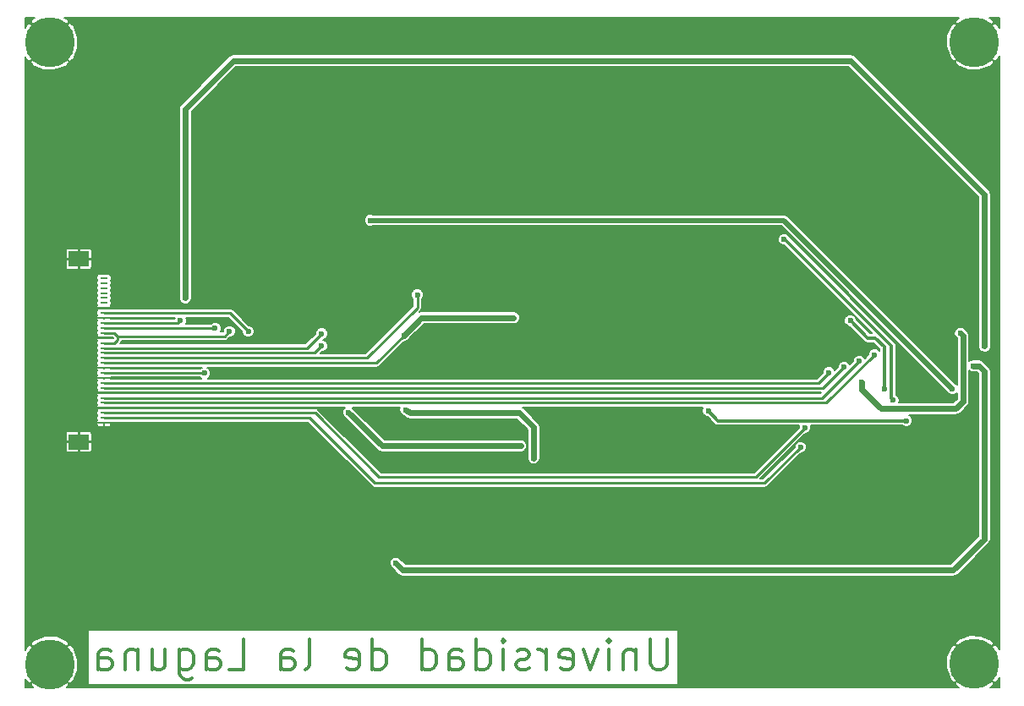
<source format=gbr>
G04 #@! TF.FileFunction,Copper,L2,Bot,Signal*
%FSLAX46Y46*%
G04 Gerber Fmt 4.6, Leading zero omitted, Abs format (unit mm)*
G04 Created by KiCad (PCBNEW 4.0.7-e2-6376~60~ubuntu17.10.1) date Mon Mar 19 14:05:34 2018*
%MOMM*%
%LPD*%
G01*
G04 APERTURE LIST*
%ADD10C,0.100000*%
%ADD11C,0.300000*%
%ADD12C,5.000000*%
%ADD13R,0.800000X0.200000*%
%ADD14R,2.000000X1.500000*%
%ADD15C,0.600000*%
%ADD16C,0.600000*%
%ADD17C,0.250000*%
%ADD18C,0.150000*%
%ADD19C,0.350000*%
%ADD20C,0.500000*%
G04 APERTURE END LIST*
D10*
D11*
X64837240Y6692377D02*
X64837240Y4263806D01*
X64694383Y3978091D01*
X64551526Y3835234D01*
X64265812Y3692377D01*
X63694383Y3692377D01*
X63408669Y3835234D01*
X63265812Y3978091D01*
X63122955Y4263806D01*
X63122955Y6692377D01*
X61694383Y5692377D02*
X61694383Y3692377D01*
X61694383Y5406663D02*
X61551526Y5549520D01*
X61265812Y5692377D01*
X60837240Y5692377D01*
X60551526Y5549520D01*
X60408669Y5263806D01*
X60408669Y3692377D01*
X58980097Y3692377D02*
X58980097Y5692377D01*
X58980097Y6692377D02*
X59122954Y6549520D01*
X58980097Y6406663D01*
X58837240Y6549520D01*
X58980097Y6692377D01*
X58980097Y6406663D01*
X57837241Y5692377D02*
X57122955Y3692377D01*
X56408669Y5692377D01*
X54122955Y3835234D02*
X54408669Y3692377D01*
X54980098Y3692377D01*
X55265812Y3835234D01*
X55408669Y4120949D01*
X55408669Y5263806D01*
X55265812Y5549520D01*
X54980098Y5692377D01*
X54408669Y5692377D01*
X54122955Y5549520D01*
X53980098Y5263806D01*
X53980098Y4978091D01*
X55408669Y4692377D01*
X52694383Y3692377D02*
X52694383Y5692377D01*
X52694383Y5120949D02*
X52551526Y5406663D01*
X52408669Y5549520D01*
X52122955Y5692377D01*
X51837240Y5692377D01*
X50980097Y3835234D02*
X50694383Y3692377D01*
X50122955Y3692377D01*
X49837240Y3835234D01*
X49694383Y4120949D01*
X49694383Y4263806D01*
X49837240Y4549520D01*
X50122955Y4692377D01*
X50551526Y4692377D01*
X50837240Y4835234D01*
X50980097Y5120949D01*
X50980097Y5263806D01*
X50837240Y5549520D01*
X50551526Y5692377D01*
X50122955Y5692377D01*
X49837240Y5549520D01*
X48408669Y3692377D02*
X48408669Y5692377D01*
X48408669Y6692377D02*
X48551526Y6549520D01*
X48408669Y6406663D01*
X48265812Y6549520D01*
X48408669Y6692377D01*
X48408669Y6406663D01*
X45694384Y3692377D02*
X45694384Y6692377D01*
X45694384Y3835234D02*
X45980098Y3692377D01*
X46551527Y3692377D01*
X46837241Y3835234D01*
X46980098Y3978091D01*
X47122955Y4263806D01*
X47122955Y5120949D01*
X46980098Y5406663D01*
X46837241Y5549520D01*
X46551527Y5692377D01*
X45980098Y5692377D01*
X45694384Y5549520D01*
X42980098Y3692377D02*
X42980098Y5263806D01*
X43122955Y5549520D01*
X43408669Y5692377D01*
X43980098Y5692377D01*
X44265812Y5549520D01*
X42980098Y3835234D02*
X43265812Y3692377D01*
X43980098Y3692377D01*
X44265812Y3835234D01*
X44408669Y4120949D01*
X44408669Y4406663D01*
X44265812Y4692377D01*
X43980098Y4835234D01*
X43265812Y4835234D01*
X42980098Y4978091D01*
X40265812Y3692377D02*
X40265812Y6692377D01*
X40265812Y3835234D02*
X40551526Y3692377D01*
X41122955Y3692377D01*
X41408669Y3835234D01*
X41551526Y3978091D01*
X41694383Y4263806D01*
X41694383Y5120949D01*
X41551526Y5406663D01*
X41408669Y5549520D01*
X41122955Y5692377D01*
X40551526Y5692377D01*
X40265812Y5549520D01*
X35265812Y3692377D02*
X35265812Y6692377D01*
X35265812Y3835234D02*
X35551526Y3692377D01*
X36122955Y3692377D01*
X36408669Y3835234D01*
X36551526Y3978091D01*
X36694383Y4263806D01*
X36694383Y5120949D01*
X36551526Y5406663D01*
X36408669Y5549520D01*
X36122955Y5692377D01*
X35551526Y5692377D01*
X35265812Y5549520D01*
X32694383Y3835234D02*
X32980097Y3692377D01*
X33551526Y3692377D01*
X33837240Y3835234D01*
X33980097Y4120949D01*
X33980097Y5263806D01*
X33837240Y5549520D01*
X33551526Y5692377D01*
X32980097Y5692377D01*
X32694383Y5549520D01*
X32551526Y5263806D01*
X32551526Y4978091D01*
X33980097Y4692377D01*
X28551526Y3692377D02*
X28837240Y3835234D01*
X28980097Y4120949D01*
X28980097Y6692377D01*
X26122954Y3692377D02*
X26122954Y5263806D01*
X26265811Y5549520D01*
X26551525Y5692377D01*
X27122954Y5692377D01*
X27408668Y5549520D01*
X26122954Y3835234D02*
X26408668Y3692377D01*
X27122954Y3692377D01*
X27408668Y3835234D01*
X27551525Y4120949D01*
X27551525Y4406663D01*
X27408668Y4692377D01*
X27122954Y4835234D01*
X26408668Y4835234D01*
X26122954Y4978091D01*
X20980097Y3692377D02*
X22408668Y3692377D01*
X22408668Y6692377D01*
X18694383Y3692377D02*
X18694383Y5263806D01*
X18837240Y5549520D01*
X19122954Y5692377D01*
X19694383Y5692377D01*
X19980097Y5549520D01*
X18694383Y3835234D02*
X18980097Y3692377D01*
X19694383Y3692377D01*
X19980097Y3835234D01*
X20122954Y4120949D01*
X20122954Y4406663D01*
X19980097Y4692377D01*
X19694383Y4835234D01*
X18980097Y4835234D01*
X18694383Y4978091D01*
X15980097Y5692377D02*
X15980097Y3263806D01*
X16122954Y2978091D01*
X16265811Y2835234D01*
X16551526Y2692377D01*
X16980097Y2692377D01*
X17265811Y2835234D01*
X15980097Y3835234D02*
X16265811Y3692377D01*
X16837240Y3692377D01*
X17122954Y3835234D01*
X17265811Y3978091D01*
X17408668Y4263806D01*
X17408668Y5120949D01*
X17265811Y5406663D01*
X17122954Y5549520D01*
X16837240Y5692377D01*
X16265811Y5692377D01*
X15980097Y5549520D01*
X13265811Y5692377D02*
X13265811Y3692377D01*
X14551525Y5692377D02*
X14551525Y4120949D01*
X14408668Y3835234D01*
X14122954Y3692377D01*
X13694382Y3692377D01*
X13408668Y3835234D01*
X13265811Y3978091D01*
X11837239Y5692377D02*
X11837239Y3692377D01*
X11837239Y5406663D02*
X11694382Y5549520D01*
X11408668Y5692377D01*
X10980096Y5692377D01*
X10694382Y5549520D01*
X10551525Y5263806D01*
X10551525Y3692377D01*
X7837239Y3692377D02*
X7837239Y5263806D01*
X7980096Y5549520D01*
X8265810Y5692377D01*
X8837239Y5692377D01*
X9122953Y5549520D01*
X7837239Y3835234D02*
X8122953Y3692377D01*
X8837239Y3692377D01*
X9122953Y3835234D01*
X9265810Y4120949D01*
X9265810Y4406663D01*
X9122953Y4692377D01*
X8837239Y4835234D01*
X8122953Y4835234D01*
X7837239Y4978091D01*
D12*
X2999740Y66504820D03*
X2999740Y4211320D03*
X95582740Y4274820D03*
X95582740Y66504820D03*
D13*
X8422640Y28381120D03*
X8422640Y28881120D03*
X8422640Y29381120D03*
X8422640Y29881120D03*
X8422640Y30381120D03*
X8422640Y30881120D03*
X8422640Y31381120D03*
X8422640Y31881120D03*
X8422640Y32381120D03*
X8422640Y32881120D03*
X8422640Y33381120D03*
X8422640Y33881120D03*
X8422640Y34381120D03*
X8422640Y34881120D03*
X8422640Y35381120D03*
X8422640Y35881120D03*
X8422640Y36381120D03*
X8422640Y36881120D03*
X8422640Y37381120D03*
X8422640Y37881120D03*
X8422640Y38381120D03*
X8422640Y38881120D03*
X8422640Y39381120D03*
X8422640Y39881120D03*
X8422640Y40381120D03*
X8422640Y40881120D03*
X8422640Y41381120D03*
X8422640Y41881120D03*
X8422640Y42381120D03*
X8422640Y42881120D03*
D14*
X5922640Y26481120D03*
X5922640Y44781120D03*
D15*
X95498920Y34086800D03*
X37645340Y14345920D03*
X22870160Y37536120D03*
X39799260Y41198800D03*
X38473380Y37134800D03*
X49438560Y38907720D03*
X76507340Y46756320D03*
X87442040Y30662880D03*
X68940680Y29575760D03*
X88778080Y28597860D03*
X51450240Y24853900D03*
X38643560Y29702760D03*
X30215840Y37307520D03*
X16576040Y40888920D03*
X96596200Y36057840D03*
X16073120Y38618160D03*
X19547840Y37840920D03*
X85582760Y35204400D03*
X84043520Y34579560D03*
X82519520Y33969960D03*
X80990440Y33416240D03*
X78188820Y25943560D03*
X78607920Y27899360D03*
X18486120Y33355280D03*
X50137060Y26083260D03*
X32920940Y29420820D03*
X30215840Y36088320D03*
X35092640Y48661320D03*
X93370400Y31783020D03*
X20995640Y37538660D03*
X84279740Y32481520D03*
X94185740Y37345620D03*
X86542880Y31755080D03*
X83164680Y38618160D03*
D16*
X96067880Y34086800D02*
X95498920Y34086800D01*
X96586040Y33568640D02*
X96067880Y34086800D01*
X96586040Y16746220D02*
X96586040Y33568640D01*
X93474540Y13634720D02*
X96586040Y16746220D01*
X38356540Y13634720D02*
X93474540Y13634720D01*
X37645340Y14345920D02*
X38356540Y13634720D01*
D17*
X8422640Y39381120D02*
X21025160Y39381120D01*
X21025160Y39381120D02*
X22870160Y37536120D01*
X8422640Y34881120D02*
X34761740Y34881120D01*
X39799260Y39918640D02*
X39799260Y41198800D01*
X34761740Y34881120D02*
X39799260Y39918640D01*
X38470840Y37137340D02*
X38447980Y37137340D01*
X38473380Y37134800D02*
X38470840Y37137340D01*
X8422640Y34381120D02*
X35691760Y34381120D01*
X35691760Y34381120D02*
X38447980Y37137340D01*
D16*
X38447980Y37137340D02*
X40050720Y38740080D01*
X40218360Y38907720D02*
X49438560Y38907720D01*
D17*
X40050720Y38740080D02*
X40218360Y38907720D01*
D18*
X76621640Y46756320D02*
X76507340Y46756320D01*
D19*
X87269320Y36108640D02*
X76621640Y46756320D01*
X87269320Y30835600D02*
X87269320Y36108640D01*
D18*
X87442040Y30662880D02*
X87269320Y30835600D01*
D11*
X69918580Y28597860D02*
X88778080Y28597860D01*
X69918580Y28597860D02*
X68940680Y29575760D01*
D17*
X8422640Y35881120D02*
X28789440Y35881120D01*
D16*
X51450240Y27955240D02*
X51450240Y24853900D01*
X50025300Y29380180D02*
X51450240Y27955240D01*
X39072820Y29380180D02*
X50025300Y29380180D01*
X38643560Y29702760D02*
X39072820Y29380180D01*
D17*
X28789440Y35881120D02*
X30215840Y37307520D01*
D16*
X96596200Y51262280D02*
X83195160Y64663320D01*
X83195160Y64663320D02*
X21414740Y64663320D01*
X21414740Y64663320D02*
X16576040Y59824620D01*
X16576040Y59824620D02*
X16576040Y40888920D01*
X96596200Y36057840D02*
X96596200Y51262280D01*
D17*
X15836080Y38381120D02*
X8422640Y38381120D01*
X16073120Y38618160D02*
X15836080Y38381120D01*
X19507640Y37881120D02*
X8422640Y37881120D01*
X19547840Y37840920D02*
X19507640Y37881120D01*
X80759480Y30381120D02*
X85582760Y35204400D01*
X80759480Y30381120D02*
X8422640Y30381120D01*
X80345080Y30881120D02*
X84043520Y34579560D01*
X80345080Y30881120D02*
X8422640Y30881120D01*
X80430680Y31881120D02*
X82519520Y33969960D01*
X80430680Y31881120D02*
X8422640Y31881120D01*
X79955320Y32381120D02*
X80990440Y33416240D01*
X79955320Y32381120D02*
X8422640Y32381120D01*
X29015640Y28881120D02*
X35557460Y22339300D01*
X35557460Y22339300D02*
X74584560Y22339300D01*
X74584560Y22339300D02*
X78188820Y25943560D01*
X8422640Y28881120D02*
X29015640Y28881120D01*
X29572280Y29381120D02*
X35971480Y22981920D01*
X35971480Y22981920D02*
X73690480Y22981920D01*
X73690480Y22981920D02*
X78607920Y27899360D01*
X29572280Y29381120D02*
X8422640Y29381120D01*
X18460280Y33381120D02*
X18486120Y33355280D01*
X18460280Y33381120D02*
X8422640Y33381120D01*
X8422640Y35381120D02*
X29493400Y35381120D01*
D16*
X36258500Y26083260D02*
X50137060Y26083260D01*
X32920940Y29420820D02*
X36258500Y26083260D01*
D17*
X30200600Y36088320D02*
X30215840Y36088320D01*
X29493400Y35381120D02*
X30200600Y36088320D01*
D20*
X76492100Y48661320D02*
X35092640Y48661320D01*
X93370400Y31783020D02*
X76492100Y48661320D01*
D17*
X9768840Y37053520D02*
X20510500Y37053520D01*
X20510500Y37053520D02*
X20995640Y37538660D01*
X8422640Y36381120D02*
X9477440Y36381120D01*
X9441240Y37381120D02*
X8422640Y37381120D01*
X9768840Y37053520D02*
X9441240Y37381120D01*
X9768840Y36672520D02*
X9768840Y37053520D01*
X9477440Y36381120D02*
X9768840Y36672520D01*
D16*
X94185740Y37345620D02*
X94449900Y37081460D01*
X94449900Y37081460D02*
X94449900Y30525720D01*
X94449900Y30525720D02*
X93723460Y29799280D01*
X93723460Y29799280D02*
X86207600Y29799280D01*
X86207600Y29799280D02*
X84279740Y31727140D01*
X84279740Y31727140D02*
X84279740Y32481520D01*
D19*
X86542880Y35974020D02*
X86542880Y31755080D01*
X85648800Y36868100D02*
X86542880Y35974020D01*
X84914740Y36868100D02*
X85648800Y36868100D01*
X83164680Y38618160D02*
X84914740Y36868100D01*
D18*
G36*
X1327005Y68849676D02*
X1038238Y68501678D01*
X2999740Y66540175D01*
X4961242Y68501678D01*
X4672475Y68849676D01*
X4467549Y68942000D01*
X94048178Y68942000D01*
X93910005Y68849676D01*
X93621238Y68501678D01*
X95582740Y66540175D01*
X97544242Y68501678D01*
X97255475Y68849676D01*
X97050549Y68942000D01*
X98050400Y68942000D01*
X98050400Y67965279D01*
X98025483Y68031056D01*
X97927596Y68177555D01*
X97579598Y68466322D01*
X95618095Y66504820D01*
X97579598Y64543318D01*
X97927596Y64832085D01*
X98050400Y65104666D01*
X98050400Y5735279D01*
X98025483Y5801056D01*
X97927596Y5947555D01*
X97579598Y6236322D01*
X95618095Y4274820D01*
X97579598Y2313318D01*
X97927596Y2602085D01*
X98050400Y2874666D01*
X98050400Y1868120D01*
X97162918Y1868120D01*
X97255475Y1929964D01*
X97544242Y2277962D01*
X95582740Y4239465D01*
X93621238Y2277962D01*
X93910005Y1929964D01*
X94047277Y1868120D01*
X4673849Y1868120D01*
X4961242Y2214462D01*
X2999740Y4175965D01*
X1038238Y2214462D01*
X1325631Y1868120D01*
X532080Y1868120D01*
X532080Y2750861D01*
X556997Y2685084D01*
X654884Y2538585D01*
X1002882Y2249818D01*
X2964385Y4211320D01*
X3035095Y4211320D01*
X4996598Y2249818D01*
X5344596Y2538585D01*
X5806232Y3563252D01*
X5840605Y4686581D01*
X5442483Y5737556D01*
X5344596Y5884055D01*
X4996598Y6172822D01*
X3035095Y4211320D01*
X2964385Y4211320D01*
X1002882Y6172822D01*
X654884Y5884055D01*
X532080Y5611474D01*
X532080Y6208178D01*
X1038238Y6208178D01*
X2999740Y4246675D01*
X4961242Y6208178D01*
X4672475Y6556176D01*
X3647808Y7017812D01*
X2524479Y7052185D01*
X1473504Y6654063D01*
X1327005Y6556176D01*
X1038238Y6208178D01*
X532080Y6208178D01*
X532080Y7624520D01*
X6797954Y7624520D01*
X6797954Y2174520D01*
X65876527Y2174520D01*
X65876527Y3799559D01*
X92741875Y3799559D01*
X93139997Y2748584D01*
X93237884Y2602085D01*
X93585882Y2313318D01*
X95547385Y4274820D01*
X93585882Y6236322D01*
X93237884Y5947555D01*
X92776248Y4922888D01*
X92741875Y3799559D01*
X65876527Y3799559D01*
X65876527Y6271678D01*
X93621238Y6271678D01*
X95582740Y4310175D01*
X97544242Y6271678D01*
X97255475Y6619676D01*
X96230808Y7081312D01*
X95107479Y7115685D01*
X94056504Y6717563D01*
X93910005Y6619676D01*
X93621238Y6271678D01*
X65876527Y6271678D01*
X65876527Y7624520D01*
X6797954Y7624520D01*
X532080Y7624520D01*
X532080Y26374870D01*
X4597640Y26374870D01*
X4597640Y25666474D01*
X4647118Y25547023D01*
X4738542Y25455599D01*
X4857993Y25406120D01*
X5816390Y25406120D01*
X5897640Y25487370D01*
X5897640Y26456120D01*
X5947640Y26456120D01*
X5947640Y25487370D01*
X6028890Y25406120D01*
X6987287Y25406120D01*
X7106738Y25455599D01*
X7198162Y25547023D01*
X7247640Y25666474D01*
X7247640Y26374870D01*
X7166390Y26456120D01*
X5947640Y26456120D01*
X5897640Y26456120D01*
X4678890Y26456120D01*
X4597640Y26374870D01*
X532080Y26374870D01*
X532080Y27295766D01*
X4597640Y27295766D01*
X4597640Y26587370D01*
X4678890Y26506120D01*
X5897640Y26506120D01*
X5897640Y27474870D01*
X5947640Y27474870D01*
X5947640Y26506120D01*
X7166390Y26506120D01*
X7247640Y26587370D01*
X7247640Y27295766D01*
X7198162Y27415217D01*
X7106738Y27506641D01*
X6987287Y27556120D01*
X6028890Y27556120D01*
X5947640Y27474870D01*
X5897640Y27474870D01*
X5816390Y27556120D01*
X4857993Y27556120D01*
X4738542Y27506641D01*
X4647118Y27415217D01*
X4597640Y27295766D01*
X532080Y27295766D01*
X532080Y28274870D01*
X7697640Y28274870D01*
X7697640Y28216474D01*
X7747118Y28097023D01*
X7838542Y28005599D01*
X7957993Y27956120D01*
X8316390Y27956120D01*
X8397640Y28037370D01*
X8397640Y28356120D01*
X8447640Y28356120D01*
X8447640Y28037370D01*
X8528890Y27956120D01*
X8887287Y27956120D01*
X9006738Y28005599D01*
X9098162Y28097023D01*
X9147640Y28216474D01*
X9147640Y28274870D01*
X9066390Y28356120D01*
X8447640Y28356120D01*
X8397640Y28356120D01*
X7778890Y28356120D01*
X7697640Y28274870D01*
X532080Y28274870D01*
X532080Y39481120D01*
X7691273Y39481120D01*
X7691273Y39281120D01*
X7713935Y39160682D01*
X7732980Y39131085D01*
X7697640Y39045766D01*
X7697640Y38987370D01*
X7778890Y38906120D01*
X8397640Y38906120D01*
X8397640Y38926120D01*
X8447640Y38926120D01*
X8447640Y38906120D01*
X9066390Y38906120D01*
X9091390Y38931120D01*
X15526333Y38931120D01*
X15484809Y38831120D01*
X9091390Y38831120D01*
X9066390Y38856120D01*
X8447640Y38856120D01*
X8447640Y38836120D01*
X8397640Y38836120D01*
X8397640Y38856120D01*
X7778890Y38856120D01*
X7697640Y38774870D01*
X7697640Y38716474D01*
X7732537Y38632224D01*
X7717380Y38610040D01*
X7691273Y38481120D01*
X7691273Y38281120D01*
X7713935Y38160682D01*
X7732388Y38132005D01*
X7717380Y38110040D01*
X7691273Y37981120D01*
X7691273Y37781120D01*
X7713935Y37660682D01*
X7732388Y37632005D01*
X7717380Y37610040D01*
X7691273Y37481120D01*
X7691273Y37281120D01*
X7713935Y37160682D01*
X7732980Y37131085D01*
X7697640Y37045766D01*
X7697640Y36987370D01*
X7778890Y36906120D01*
X8397640Y36906120D01*
X8397640Y36926120D01*
X8447640Y36926120D01*
X8447640Y36906120D01*
X9066390Y36906120D01*
X9091390Y36931120D01*
X9254844Y36931120D01*
X9318840Y36867124D01*
X9318840Y36858916D01*
X9291044Y36831120D01*
X9091390Y36831120D01*
X9066390Y36856120D01*
X8447640Y36856120D01*
X8447640Y36836120D01*
X8397640Y36836120D01*
X8397640Y36856120D01*
X7778890Y36856120D01*
X7697640Y36774870D01*
X7697640Y36716474D01*
X7732537Y36632224D01*
X7717380Y36610040D01*
X7691273Y36481120D01*
X7691273Y36281120D01*
X7713935Y36160682D01*
X7732388Y36132005D01*
X7717380Y36110040D01*
X7691273Y35981120D01*
X7691273Y35781120D01*
X7713935Y35660682D01*
X7732388Y35632005D01*
X7717380Y35610040D01*
X7691273Y35481120D01*
X7691273Y35281120D01*
X7713935Y35160682D01*
X7732388Y35132005D01*
X7717380Y35110040D01*
X7691273Y34981120D01*
X7691273Y34781120D01*
X7713935Y34660682D01*
X7732388Y34632005D01*
X7717380Y34610040D01*
X7691273Y34481120D01*
X7691273Y34281120D01*
X7713935Y34160682D01*
X7732980Y34131085D01*
X7697640Y34045766D01*
X7697640Y33987370D01*
X7778890Y33906120D01*
X8397640Y33906120D01*
X8397640Y33926120D01*
X8447640Y33926120D01*
X8447640Y33906120D01*
X9066390Y33906120D01*
X9091390Y33931120D01*
X18243108Y33931120D01*
X18132549Y33885438D01*
X18078136Y33831120D01*
X9091390Y33831120D01*
X9066390Y33856120D01*
X8447640Y33856120D01*
X8447640Y33836120D01*
X8397640Y33836120D01*
X8397640Y33856120D01*
X7778890Y33856120D01*
X7697640Y33774870D01*
X7697640Y33716474D01*
X7732537Y33632224D01*
X7717380Y33610040D01*
X7691273Y33481120D01*
X7691273Y33281120D01*
X7713935Y33160682D01*
X7732980Y33131085D01*
X7697640Y33045766D01*
X7697640Y32987370D01*
X7778890Y32906120D01*
X8397640Y32906120D01*
X8397640Y32926120D01*
X8447640Y32926120D01*
X8447640Y32906120D01*
X9066390Y32906120D01*
X9091390Y32931120D01*
X18026428Y32931120D01*
X18126253Y32831120D01*
X9091390Y32831120D01*
X9066390Y32856120D01*
X8447640Y32856120D01*
X8447640Y32836120D01*
X8397640Y32836120D01*
X8397640Y32856120D01*
X7778890Y32856120D01*
X7697640Y32774870D01*
X7697640Y32716474D01*
X7732537Y32632224D01*
X7717380Y32610040D01*
X7691273Y32481120D01*
X7691273Y32281120D01*
X7713935Y32160682D01*
X7732388Y32132005D01*
X7717380Y32110040D01*
X7691273Y31981120D01*
X7691273Y31781120D01*
X7713935Y31660682D01*
X7732980Y31631085D01*
X7697640Y31545766D01*
X7697640Y31487370D01*
X7778890Y31406120D01*
X8397640Y31406120D01*
X8397640Y31426120D01*
X8447640Y31426120D01*
X8447640Y31406120D01*
X9066390Y31406120D01*
X9091390Y31431120D01*
X80258684Y31431120D01*
X80158684Y31331120D01*
X9091390Y31331120D01*
X9066390Y31356120D01*
X8447640Y31356120D01*
X8447640Y31336120D01*
X8397640Y31336120D01*
X8397640Y31356120D01*
X7778890Y31356120D01*
X7697640Y31274870D01*
X7697640Y31216474D01*
X7732537Y31132224D01*
X7717380Y31110040D01*
X7691273Y30981120D01*
X7691273Y30781120D01*
X7713935Y30660682D01*
X7732388Y30632005D01*
X7717380Y30610040D01*
X7691273Y30481120D01*
X7691273Y30281120D01*
X7713935Y30160682D01*
X7732980Y30131085D01*
X7697640Y30045766D01*
X7697640Y29987370D01*
X7778890Y29906120D01*
X8397640Y29906120D01*
X8397640Y29926120D01*
X8447640Y29926120D01*
X8447640Y29906120D01*
X9066390Y29906120D01*
X9091390Y29931120D01*
X32547476Y29931120D01*
X32479001Y29862764D01*
X32478998Y29862762D01*
X32478996Y29862760D01*
X32391400Y29775316D01*
X32296049Y29545686D01*
X32295832Y29297045D01*
X32390782Y29067249D01*
X32478996Y28978881D01*
X32478998Y28978878D01*
X32479471Y28978405D01*
X32566444Y28891280D01*
X32566704Y28891172D01*
X35816556Y25641321D01*
X35816558Y25641318D01*
X35894762Y25589064D01*
X36019323Y25505835D01*
X36258500Y25458259D01*
X36258505Y25458260D01*
X50137060Y25458260D01*
X50260835Y25458152D01*
X50376236Y25505835D01*
X50376237Y25505835D01*
X50376238Y25505836D01*
X50490631Y25553102D01*
X50578999Y25641316D01*
X50579002Y25641318D01*
X50579004Y25641320D01*
X50666600Y25728764D01*
X50761951Y25958394D01*
X50762168Y26207035D01*
X50667218Y26436831D01*
X50579004Y26525199D01*
X50579002Y26525202D01*
X50579000Y26525204D01*
X50491556Y26612800D01*
X50376238Y26660684D01*
X50376237Y26660685D01*
X50376236Y26660685D01*
X50261926Y26708151D01*
X50137060Y26708260D01*
X50137033Y26708260D01*
X50013285Y26708368D01*
X50013024Y26708260D01*
X36517383Y26708260D01*
X33362882Y29862762D01*
X33362880Y29862764D01*
X33294642Y29931120D01*
X38061644Y29931120D01*
X38018669Y29827626D01*
X38018452Y29578985D01*
X38113402Y29349189D01*
X38289064Y29173220D01*
X38331091Y29155769D01*
X38697347Y28880535D01*
X38768239Y28846456D01*
X38833643Y28802755D01*
X38877153Y28794100D01*
X38917134Y28774881D01*
X38995672Y28770526D01*
X39072820Y28755180D01*
X49766416Y28755180D01*
X50825240Y27696357D01*
X50825240Y24853900D01*
X50825132Y24730125D01*
X50920082Y24500329D01*
X51008296Y24411961D01*
X51008298Y24411958D01*
X51008300Y24411956D01*
X51095744Y24324360D01*
X51211062Y24276476D01*
X51211063Y24276475D01*
X51211064Y24276475D01*
X51325374Y24229009D01*
X51450240Y24228900D01*
X51574015Y24228792D01*
X51689416Y24276475D01*
X51689417Y24276475D01*
X51689418Y24276476D01*
X51803811Y24323742D01*
X51892179Y24411956D01*
X51892182Y24411958D01*
X51892184Y24411960D01*
X51979780Y24499404D01*
X52075131Y24729034D01*
X52075348Y24977675D01*
X52075240Y24977936D01*
X52075240Y27955240D01*
X52027665Y28194417D01*
X51892182Y28397182D01*
X51892179Y28397184D01*
X50467242Y29822122D01*
X50304115Y29931120D01*
X68412006Y29931120D01*
X68411140Y29930256D01*
X68315789Y29700626D01*
X68315572Y29451985D01*
X68410522Y29222189D01*
X68586184Y29046220D01*
X68815814Y28950869D01*
X68893887Y28950801D01*
X69582702Y28261987D01*
X69582704Y28261984D01*
X69736805Y28159017D01*
X69918580Y28122860D01*
X78023986Y28122860D01*
X77983029Y28024226D01*
X77982930Y27910766D01*
X73504084Y23431920D01*
X36157876Y23431920D01*
X29890478Y29699318D01*
X29861552Y29718646D01*
X29744488Y29796866D01*
X29572280Y29831120D01*
X9091390Y29831120D01*
X9066390Y29856120D01*
X8447640Y29856120D01*
X8447640Y29836120D01*
X8397640Y29836120D01*
X8397640Y29856120D01*
X7778890Y29856120D01*
X7697640Y29774870D01*
X7697640Y29716474D01*
X7732537Y29632224D01*
X7717380Y29610040D01*
X7691273Y29481120D01*
X7691273Y29281120D01*
X7713935Y29160682D01*
X7732388Y29132005D01*
X7717380Y29110040D01*
X7691273Y28981120D01*
X7691273Y28781120D01*
X7713935Y28660682D01*
X7732980Y28631085D01*
X7697640Y28545766D01*
X7697640Y28487370D01*
X7778890Y28406120D01*
X8397640Y28406120D01*
X8397640Y28426120D01*
X8447640Y28426120D01*
X8447640Y28406120D01*
X9066390Y28406120D01*
X9091390Y28431120D01*
X28829244Y28431120D01*
X35239262Y22021102D01*
X35385253Y21923553D01*
X35557460Y21889300D01*
X74584560Y21889300D01*
X74756768Y21923554D01*
X74902758Y22021102D01*
X78200206Y25318550D01*
X78312595Y25318452D01*
X78542391Y25413402D01*
X78718360Y25589064D01*
X78813711Y25818694D01*
X78813928Y26067335D01*
X78718978Y26297131D01*
X78543316Y26473100D01*
X78313686Y26568451D01*
X78065045Y26568668D01*
X77835249Y26473718D01*
X77659280Y26298056D01*
X77563929Y26068426D01*
X77563830Y25954966D01*
X74398164Y22789300D01*
X74134256Y22789300D01*
X78619306Y27274350D01*
X78731695Y27274252D01*
X78961491Y27369202D01*
X79137460Y27544864D01*
X79232811Y27774494D01*
X79233028Y28023135D01*
X79191822Y28122860D01*
X88369139Y28122860D01*
X88423584Y28068320D01*
X88653214Y27972969D01*
X88901855Y27972752D01*
X89131651Y28067702D01*
X89307620Y28243364D01*
X89402971Y28472994D01*
X89403188Y28721635D01*
X89308238Y28951431D01*
X89132576Y29127400D01*
X89019677Y29174280D01*
X93723460Y29174280D01*
X93962637Y29221855D01*
X94165402Y29357338D01*
X94891842Y30083778D01*
X95027325Y30286542D01*
X95074900Y30525720D01*
X95074900Y33626906D01*
X95144424Y33557260D01*
X95259742Y33509376D01*
X95259743Y33509375D01*
X95259744Y33509375D01*
X95374054Y33461909D01*
X95498920Y33461800D01*
X95498947Y33461800D01*
X95622695Y33461692D01*
X95622956Y33461800D01*
X95808996Y33461800D01*
X95961040Y33309756D01*
X95961040Y17005103D01*
X93215656Y14259720D01*
X38615424Y14259720D01*
X38087280Y14787864D01*
X37999836Y14875460D01*
X37884518Y14923344D01*
X37884517Y14923345D01*
X37884516Y14923345D01*
X37770206Y14970811D01*
X37645340Y14970920D01*
X37521565Y14971028D01*
X37406164Y14923345D01*
X37406163Y14923345D01*
X37406162Y14923344D01*
X37291769Y14876078D01*
X37203401Y14787864D01*
X37203398Y14787862D01*
X37203396Y14787860D01*
X37115800Y14700416D01*
X37020449Y14470786D01*
X37020232Y14222145D01*
X37115182Y13992349D01*
X37203396Y13903981D01*
X37203398Y13903978D01*
X37203871Y13903505D01*
X37290844Y13816380D01*
X37291104Y13816272D01*
X37914598Y13192778D01*
X38117363Y13057295D01*
X38356540Y13009719D01*
X38356545Y13009720D01*
X93474540Y13009720D01*
X93713717Y13057295D01*
X93916482Y13192778D01*
X97027979Y16304276D01*
X97027982Y16304278D01*
X97163465Y16507043D01*
X97211040Y16746220D01*
X97211040Y33568640D01*
X97163465Y33807817D01*
X97027982Y34010582D01*
X96509822Y34528742D01*
X96307057Y34664225D01*
X96067880Y34711800D01*
X95498920Y34711800D01*
X95375145Y34711908D01*
X95259744Y34664225D01*
X95259743Y34664225D01*
X95259742Y34664224D01*
X95145349Y34616958D01*
X95074900Y34546632D01*
X95074900Y37081455D01*
X95074901Y37081460D01*
X95027325Y37320637D01*
X94989987Y37376517D01*
X94891842Y37523402D01*
X94891839Y37523404D01*
X94627682Y37787562D01*
X94627680Y37787564D01*
X94540236Y37875160D01*
X94424918Y37923044D01*
X94424917Y37923045D01*
X94424916Y37923045D01*
X94310606Y37970511D01*
X94185740Y37970620D01*
X94061965Y37970728D01*
X93946564Y37923045D01*
X93946563Y37923045D01*
X93946562Y37923044D01*
X93832169Y37875778D01*
X93743801Y37787564D01*
X93743798Y37787562D01*
X93743796Y37787560D01*
X93656200Y37700116D01*
X93560849Y37470486D01*
X93560632Y37221845D01*
X93655582Y36992049D01*
X93743796Y36903681D01*
X93743798Y36903678D01*
X93744270Y36903206D01*
X93824900Y36822435D01*
X93824900Y32212381D01*
X93724896Y32312560D01*
X93603713Y32362880D01*
X76898686Y49067906D01*
X76712143Y49192551D01*
X76492100Y49236320D01*
X35337657Y49236320D01*
X35217506Y49286211D01*
X34968865Y49286428D01*
X34739069Y49191478D01*
X34563100Y49015816D01*
X34467749Y48786186D01*
X34467532Y48537545D01*
X34562482Y48307749D01*
X34738144Y48131780D01*
X34967774Y48036429D01*
X35216415Y48036212D01*
X35337685Y48086320D01*
X76253928Y48086320D01*
X92790561Y31549686D01*
X92840242Y31429449D01*
X93015904Y31253480D01*
X93245534Y31158129D01*
X93494175Y31157912D01*
X93723971Y31252862D01*
X93824900Y31353615D01*
X93824900Y30784604D01*
X93464576Y30424280D01*
X88019704Y30424280D01*
X88066931Y30538014D01*
X88067148Y30786655D01*
X87972198Y31016451D01*
X87796536Y31192420D01*
X87769320Y31203721D01*
X87769320Y36108640D01*
X87731260Y36299982D01*
X87677045Y36381120D01*
X87622873Y36462194D01*
X77081382Y47003684D01*
X77037498Y47109891D01*
X76861836Y47285860D01*
X76632206Y47381211D01*
X76383565Y47381428D01*
X76153769Y47286478D01*
X75977800Y47110816D01*
X75882449Y46881186D01*
X75882232Y46632545D01*
X75977182Y46402749D01*
X76152844Y46226780D01*
X76382474Y46131429D01*
X76539562Y46131292D01*
X85302753Y37368100D01*
X85121847Y37368100D01*
X83789752Y38700195D01*
X83789788Y38741935D01*
X83694838Y38971731D01*
X83519176Y39147700D01*
X83289546Y39243051D01*
X83040905Y39243268D01*
X82811109Y39148318D01*
X82635140Y38972656D01*
X82539789Y38743026D01*
X82539572Y38494385D01*
X82634522Y38264589D01*
X82810184Y38088620D01*
X83039814Y37993269D01*
X83082502Y37993232D01*
X84561187Y36514546D01*
X84648121Y36456459D01*
X84723398Y36406160D01*
X84914740Y36368100D01*
X85441694Y36368100D01*
X86042880Y35766914D01*
X86042880Y35628131D01*
X85937256Y35733940D01*
X85707626Y35829291D01*
X85458985Y35829508D01*
X85229189Y35734558D01*
X85053220Y35558896D01*
X84957869Y35329266D01*
X84957770Y35215806D01*
X84603331Y34861367D01*
X84573678Y34933131D01*
X84398016Y35109100D01*
X84168386Y35204451D01*
X83919745Y35204668D01*
X83689949Y35109718D01*
X83513980Y34934056D01*
X83418629Y34704426D01*
X83418530Y34590966D01*
X83079331Y34251767D01*
X83049678Y34323531D01*
X82874016Y34499500D01*
X82644386Y34594851D01*
X82395745Y34595068D01*
X82165949Y34500118D01*
X81989980Y34324456D01*
X81894629Y34094826D01*
X81894530Y33981366D01*
X81568074Y33654910D01*
X81520598Y33769811D01*
X81344936Y33945780D01*
X81115306Y34041131D01*
X80866665Y34041348D01*
X80636869Y33946398D01*
X80460900Y33770736D01*
X80365549Y33541106D01*
X80365450Y33427646D01*
X79768924Y32831120D01*
X18845699Y32831120D01*
X19015660Y33000784D01*
X19111011Y33230414D01*
X19111228Y33479055D01*
X19016278Y33708851D01*
X18840616Y33884820D01*
X18729114Y33931120D01*
X35691760Y33931120D01*
X35863968Y33965374D01*
X36009958Y34062922D01*
X38456850Y36509814D01*
X38597155Y36509692D01*
X38826951Y36604642D01*
X39002920Y36780304D01*
X39022868Y36828344D01*
X40477243Y38282720D01*
X49438560Y38282720D01*
X49562335Y38282612D01*
X49677736Y38330295D01*
X49677737Y38330295D01*
X49677738Y38330296D01*
X49792131Y38377562D01*
X49880499Y38465776D01*
X49880502Y38465778D01*
X49880504Y38465780D01*
X49968100Y38553224D01*
X50063451Y38782854D01*
X50063668Y39031495D01*
X49968718Y39261291D01*
X49880504Y39349659D01*
X49880502Y39349662D01*
X49880500Y39349664D01*
X49793056Y39437260D01*
X49677738Y39485144D01*
X49677737Y39485145D01*
X49677736Y39485145D01*
X49563426Y39532611D01*
X49438560Y39532720D01*
X49438533Y39532720D01*
X49314785Y39532828D01*
X49314524Y39532720D01*
X40218360Y39532720D01*
X40007866Y39490850D01*
X40117458Y39600442D01*
X40183525Y39699318D01*
X40215006Y39746432D01*
X40249260Y39918640D01*
X40249260Y40764903D01*
X40328800Y40844304D01*
X40424151Y41073934D01*
X40424368Y41322575D01*
X40329418Y41552371D01*
X40153756Y41728340D01*
X39924126Y41823691D01*
X39675485Y41823908D01*
X39445689Y41728958D01*
X39269720Y41553296D01*
X39174369Y41323666D01*
X39174152Y41075025D01*
X39269102Y40845229D01*
X39349260Y40764931D01*
X39349260Y40105036D01*
X34575344Y35331120D01*
X30079796Y35331120D01*
X30211999Y35463323D01*
X30339615Y35463212D01*
X30569411Y35558162D01*
X30745380Y35733824D01*
X30840731Y35963454D01*
X30840948Y36212095D01*
X30745998Y36441891D01*
X30570336Y36617860D01*
X30377339Y36697999D01*
X30569411Y36777362D01*
X30745380Y36953024D01*
X30840731Y37182654D01*
X30840948Y37431295D01*
X30745998Y37661091D01*
X30570336Y37837060D01*
X30340706Y37932411D01*
X30092065Y37932628D01*
X29862269Y37837678D01*
X29686300Y37662016D01*
X29590949Y37432386D01*
X29590850Y37318926D01*
X28603044Y36331120D01*
X10063836Y36331120D01*
X10087038Y36354322D01*
X10146168Y36442816D01*
X10184586Y36500312D01*
X10205115Y36603520D01*
X20510500Y36603520D01*
X20682708Y36637774D01*
X20828698Y36735322D01*
X21007026Y36913650D01*
X21119415Y36913552D01*
X21349211Y37008502D01*
X21525180Y37184164D01*
X21620531Y37413794D01*
X21620748Y37662435D01*
X21525798Y37892231D01*
X21350136Y38068200D01*
X21120506Y38163551D01*
X20871865Y38163768D01*
X20642069Y38068818D01*
X20466100Y37893156D01*
X20370749Y37663526D01*
X20370650Y37550066D01*
X20324104Y37503520D01*
X20084479Y37503520D01*
X20172731Y37716054D01*
X20172948Y37964695D01*
X20077998Y38194491D01*
X19902336Y38370460D01*
X19672706Y38465811D01*
X19424065Y38466028D01*
X19194269Y38371078D01*
X19154241Y38331120D01*
X16630670Y38331120D01*
X16698011Y38493294D01*
X16698228Y38741935D01*
X16620058Y38931120D01*
X20838764Y38931120D01*
X22245150Y37524734D01*
X22245052Y37412345D01*
X22340002Y37182549D01*
X22515664Y37006580D01*
X22745294Y36911229D01*
X22993935Y36911012D01*
X23223731Y37005962D01*
X23399700Y37181624D01*
X23495051Y37411254D01*
X23495268Y37659895D01*
X23400318Y37889691D01*
X23224656Y38065660D01*
X22995026Y38161011D01*
X22881566Y38161110D01*
X21343358Y39699318D01*
X21272847Y39746432D01*
X21197368Y39796866D01*
X21025160Y39831120D01*
X9091390Y39831120D01*
X9066390Y39856120D01*
X8447640Y39856120D01*
X8447640Y39836120D01*
X8397640Y39836120D01*
X8397640Y39856120D01*
X7778890Y39856120D01*
X7697640Y39774870D01*
X7697640Y39716474D01*
X7732537Y39632224D01*
X7717380Y39610040D01*
X7691273Y39481120D01*
X532080Y39481120D01*
X532080Y42981120D01*
X7691273Y42981120D01*
X7691273Y42781120D01*
X7713935Y42660682D01*
X7732388Y42632005D01*
X7717380Y42610040D01*
X7691273Y42481120D01*
X7691273Y42281120D01*
X7713935Y42160682D01*
X7732388Y42132005D01*
X7717380Y42110040D01*
X7691273Y41981120D01*
X7691273Y41781120D01*
X7713935Y41660682D01*
X7732388Y41632005D01*
X7717380Y41610040D01*
X7691273Y41481120D01*
X7691273Y41281120D01*
X7713935Y41160682D01*
X7732388Y41132005D01*
X7717380Y41110040D01*
X7691273Y40981120D01*
X7691273Y40781120D01*
X7713935Y40660682D01*
X7732388Y40632005D01*
X7717380Y40610040D01*
X7691273Y40481120D01*
X7691273Y40281120D01*
X7713935Y40160682D01*
X7732980Y40131085D01*
X7697640Y40045766D01*
X7697640Y39987370D01*
X7778890Y39906120D01*
X8397640Y39906120D01*
X8397640Y39926120D01*
X8447640Y39926120D01*
X8447640Y39906120D01*
X9066390Y39906120D01*
X9147640Y39987370D01*
X9147640Y40045766D01*
X9112743Y40130016D01*
X9127900Y40152200D01*
X9154007Y40281120D01*
X9154007Y40481120D01*
X9131345Y40601558D01*
X9112892Y40630235D01*
X9127900Y40652200D01*
X9150771Y40765145D01*
X15950932Y40765145D01*
X16045882Y40535349D01*
X16134096Y40446981D01*
X16134098Y40446978D01*
X16134100Y40446976D01*
X16221544Y40359380D01*
X16336862Y40311496D01*
X16336863Y40311495D01*
X16336864Y40311495D01*
X16451174Y40264029D01*
X16576040Y40263920D01*
X16699815Y40263812D01*
X16815216Y40311495D01*
X16815217Y40311495D01*
X16815218Y40311496D01*
X16929611Y40358762D01*
X17017979Y40446976D01*
X17017982Y40446978D01*
X17017984Y40446980D01*
X17105580Y40534424D01*
X17200931Y40764054D01*
X17201148Y41012695D01*
X17201040Y41012956D01*
X17201040Y59565736D01*
X21673624Y64038320D01*
X82936276Y64038320D01*
X95971200Y51003397D01*
X95971200Y36057840D01*
X95971092Y35934065D01*
X96066042Y35704269D01*
X96154256Y35615901D01*
X96154258Y35615898D01*
X96154260Y35615896D01*
X96241704Y35528300D01*
X96357022Y35480416D01*
X96357023Y35480415D01*
X96357024Y35480415D01*
X96471334Y35432949D01*
X96596200Y35432840D01*
X96719975Y35432732D01*
X96835376Y35480415D01*
X96835377Y35480415D01*
X96835378Y35480416D01*
X96949771Y35527682D01*
X97038139Y35615896D01*
X97038142Y35615898D01*
X97038144Y35615900D01*
X97125740Y35703344D01*
X97221091Y35932974D01*
X97221308Y36181615D01*
X97221200Y36181876D01*
X97221200Y51262275D01*
X97221201Y51262280D01*
X97173625Y51501457D01*
X97038142Y51704222D01*
X97038139Y51704224D01*
X84234402Y64507962D01*
X93621238Y64507962D01*
X93910005Y64159964D01*
X94934672Y63698328D01*
X96058001Y63663955D01*
X97108976Y64062077D01*
X97255475Y64159964D01*
X97544242Y64507962D01*
X95582740Y66469465D01*
X93621238Y64507962D01*
X84234402Y64507962D01*
X83637102Y65105262D01*
X83434337Y65240745D01*
X83195160Y65288320D01*
X21414740Y65288320D01*
X21175562Y65240745D01*
X20972798Y65105262D01*
X16134098Y60266562D01*
X15998615Y60063797D01*
X15951040Y59824620D01*
X15951040Y40888920D01*
X15950932Y40765145D01*
X9150771Y40765145D01*
X9154007Y40781120D01*
X9154007Y40981120D01*
X9131345Y41101558D01*
X9112892Y41130235D01*
X9127900Y41152200D01*
X9154007Y41281120D01*
X9154007Y41481120D01*
X9131345Y41601558D01*
X9112892Y41630235D01*
X9127900Y41652200D01*
X9154007Y41781120D01*
X9154007Y41981120D01*
X9131345Y42101558D01*
X9112892Y42130235D01*
X9127900Y42152200D01*
X9154007Y42281120D01*
X9154007Y42481120D01*
X9131345Y42601558D01*
X9112892Y42630235D01*
X9127900Y42652200D01*
X9154007Y42781120D01*
X9154007Y42981120D01*
X9131345Y43101558D01*
X9060166Y43212173D01*
X8951560Y43286380D01*
X8822640Y43312487D01*
X8022640Y43312487D01*
X7902202Y43289825D01*
X7791587Y43218646D01*
X7717380Y43110040D01*
X7691273Y42981120D01*
X532080Y42981120D01*
X532080Y44674870D01*
X4597640Y44674870D01*
X4597640Y43966474D01*
X4647118Y43847023D01*
X4738542Y43755599D01*
X4857993Y43706120D01*
X5816390Y43706120D01*
X5897640Y43787370D01*
X5897640Y44756120D01*
X5947640Y44756120D01*
X5947640Y43787370D01*
X6028890Y43706120D01*
X6987287Y43706120D01*
X7106738Y43755599D01*
X7198162Y43847023D01*
X7247640Y43966474D01*
X7247640Y44674870D01*
X7166390Y44756120D01*
X5947640Y44756120D01*
X5897640Y44756120D01*
X4678890Y44756120D01*
X4597640Y44674870D01*
X532080Y44674870D01*
X532080Y45595766D01*
X4597640Y45595766D01*
X4597640Y44887370D01*
X4678890Y44806120D01*
X5897640Y44806120D01*
X5897640Y45774870D01*
X5947640Y45774870D01*
X5947640Y44806120D01*
X7166390Y44806120D01*
X7247640Y44887370D01*
X7247640Y45595766D01*
X7198162Y45715217D01*
X7106738Y45806641D01*
X6987287Y45856120D01*
X6028890Y45856120D01*
X5947640Y45774870D01*
X5897640Y45774870D01*
X5816390Y45856120D01*
X4857993Y45856120D01*
X4738542Y45806641D01*
X4647118Y45715217D01*
X4597640Y45595766D01*
X532080Y45595766D01*
X532080Y64507962D01*
X1038238Y64507962D01*
X1327005Y64159964D01*
X2351672Y63698328D01*
X3475001Y63663955D01*
X4525976Y64062077D01*
X4672475Y64159964D01*
X4961242Y64507962D01*
X2999740Y66469465D01*
X1038238Y64507962D01*
X532080Y64507962D01*
X532080Y65044361D01*
X556997Y64978584D01*
X654884Y64832085D01*
X1002882Y64543318D01*
X2964385Y66504820D01*
X3035095Y66504820D01*
X4996598Y64543318D01*
X5344596Y64832085D01*
X5806232Y65856752D01*
X5811519Y66029559D01*
X92741875Y66029559D01*
X93139997Y64978584D01*
X93237884Y64832085D01*
X93585882Y64543318D01*
X95547385Y66504820D01*
X93585882Y68466322D01*
X93237884Y68177555D01*
X92776248Y67152888D01*
X92741875Y66029559D01*
X5811519Y66029559D01*
X5840605Y66980081D01*
X5442483Y68031056D01*
X5344596Y68177555D01*
X4996598Y68466322D01*
X3035095Y66504820D01*
X2964385Y66504820D01*
X1002882Y68466322D01*
X654884Y68177555D01*
X532080Y67904974D01*
X532080Y68942000D01*
X1465178Y68942000D01*
X1327005Y68849676D01*
X1327005Y68849676D01*
G37*
X1327005Y68849676D02*
X1038238Y68501678D01*
X2999740Y66540175D01*
X4961242Y68501678D01*
X4672475Y68849676D01*
X4467549Y68942000D01*
X94048178Y68942000D01*
X93910005Y68849676D01*
X93621238Y68501678D01*
X95582740Y66540175D01*
X97544242Y68501678D01*
X97255475Y68849676D01*
X97050549Y68942000D01*
X98050400Y68942000D01*
X98050400Y67965279D01*
X98025483Y68031056D01*
X97927596Y68177555D01*
X97579598Y68466322D01*
X95618095Y66504820D01*
X97579598Y64543318D01*
X97927596Y64832085D01*
X98050400Y65104666D01*
X98050400Y5735279D01*
X98025483Y5801056D01*
X97927596Y5947555D01*
X97579598Y6236322D01*
X95618095Y4274820D01*
X97579598Y2313318D01*
X97927596Y2602085D01*
X98050400Y2874666D01*
X98050400Y1868120D01*
X97162918Y1868120D01*
X97255475Y1929964D01*
X97544242Y2277962D01*
X95582740Y4239465D01*
X93621238Y2277962D01*
X93910005Y1929964D01*
X94047277Y1868120D01*
X4673849Y1868120D01*
X4961242Y2214462D01*
X2999740Y4175965D01*
X1038238Y2214462D01*
X1325631Y1868120D01*
X532080Y1868120D01*
X532080Y2750861D01*
X556997Y2685084D01*
X654884Y2538585D01*
X1002882Y2249818D01*
X2964385Y4211320D01*
X3035095Y4211320D01*
X4996598Y2249818D01*
X5344596Y2538585D01*
X5806232Y3563252D01*
X5840605Y4686581D01*
X5442483Y5737556D01*
X5344596Y5884055D01*
X4996598Y6172822D01*
X3035095Y4211320D01*
X2964385Y4211320D01*
X1002882Y6172822D01*
X654884Y5884055D01*
X532080Y5611474D01*
X532080Y6208178D01*
X1038238Y6208178D01*
X2999740Y4246675D01*
X4961242Y6208178D01*
X4672475Y6556176D01*
X3647808Y7017812D01*
X2524479Y7052185D01*
X1473504Y6654063D01*
X1327005Y6556176D01*
X1038238Y6208178D01*
X532080Y6208178D01*
X532080Y7624520D01*
X6797954Y7624520D01*
X6797954Y2174520D01*
X65876527Y2174520D01*
X65876527Y3799559D01*
X92741875Y3799559D01*
X93139997Y2748584D01*
X93237884Y2602085D01*
X93585882Y2313318D01*
X95547385Y4274820D01*
X93585882Y6236322D01*
X93237884Y5947555D01*
X92776248Y4922888D01*
X92741875Y3799559D01*
X65876527Y3799559D01*
X65876527Y6271678D01*
X93621238Y6271678D01*
X95582740Y4310175D01*
X97544242Y6271678D01*
X97255475Y6619676D01*
X96230808Y7081312D01*
X95107479Y7115685D01*
X94056504Y6717563D01*
X93910005Y6619676D01*
X93621238Y6271678D01*
X65876527Y6271678D01*
X65876527Y7624520D01*
X6797954Y7624520D01*
X532080Y7624520D01*
X532080Y26374870D01*
X4597640Y26374870D01*
X4597640Y25666474D01*
X4647118Y25547023D01*
X4738542Y25455599D01*
X4857993Y25406120D01*
X5816390Y25406120D01*
X5897640Y25487370D01*
X5897640Y26456120D01*
X5947640Y26456120D01*
X5947640Y25487370D01*
X6028890Y25406120D01*
X6987287Y25406120D01*
X7106738Y25455599D01*
X7198162Y25547023D01*
X7247640Y25666474D01*
X7247640Y26374870D01*
X7166390Y26456120D01*
X5947640Y26456120D01*
X5897640Y26456120D01*
X4678890Y26456120D01*
X4597640Y26374870D01*
X532080Y26374870D01*
X532080Y27295766D01*
X4597640Y27295766D01*
X4597640Y26587370D01*
X4678890Y26506120D01*
X5897640Y26506120D01*
X5897640Y27474870D01*
X5947640Y27474870D01*
X5947640Y26506120D01*
X7166390Y26506120D01*
X7247640Y26587370D01*
X7247640Y27295766D01*
X7198162Y27415217D01*
X7106738Y27506641D01*
X6987287Y27556120D01*
X6028890Y27556120D01*
X5947640Y27474870D01*
X5897640Y27474870D01*
X5816390Y27556120D01*
X4857993Y27556120D01*
X4738542Y27506641D01*
X4647118Y27415217D01*
X4597640Y27295766D01*
X532080Y27295766D01*
X532080Y28274870D01*
X7697640Y28274870D01*
X7697640Y28216474D01*
X7747118Y28097023D01*
X7838542Y28005599D01*
X7957993Y27956120D01*
X8316390Y27956120D01*
X8397640Y28037370D01*
X8397640Y28356120D01*
X8447640Y28356120D01*
X8447640Y28037370D01*
X8528890Y27956120D01*
X8887287Y27956120D01*
X9006738Y28005599D01*
X9098162Y28097023D01*
X9147640Y28216474D01*
X9147640Y28274870D01*
X9066390Y28356120D01*
X8447640Y28356120D01*
X8397640Y28356120D01*
X7778890Y28356120D01*
X7697640Y28274870D01*
X532080Y28274870D01*
X532080Y39481120D01*
X7691273Y39481120D01*
X7691273Y39281120D01*
X7713935Y39160682D01*
X7732980Y39131085D01*
X7697640Y39045766D01*
X7697640Y38987370D01*
X7778890Y38906120D01*
X8397640Y38906120D01*
X8397640Y38926120D01*
X8447640Y38926120D01*
X8447640Y38906120D01*
X9066390Y38906120D01*
X9091390Y38931120D01*
X15526333Y38931120D01*
X15484809Y38831120D01*
X9091390Y38831120D01*
X9066390Y38856120D01*
X8447640Y38856120D01*
X8447640Y38836120D01*
X8397640Y38836120D01*
X8397640Y38856120D01*
X7778890Y38856120D01*
X7697640Y38774870D01*
X7697640Y38716474D01*
X7732537Y38632224D01*
X7717380Y38610040D01*
X7691273Y38481120D01*
X7691273Y38281120D01*
X7713935Y38160682D01*
X7732388Y38132005D01*
X7717380Y38110040D01*
X7691273Y37981120D01*
X7691273Y37781120D01*
X7713935Y37660682D01*
X7732388Y37632005D01*
X7717380Y37610040D01*
X7691273Y37481120D01*
X7691273Y37281120D01*
X7713935Y37160682D01*
X7732980Y37131085D01*
X7697640Y37045766D01*
X7697640Y36987370D01*
X7778890Y36906120D01*
X8397640Y36906120D01*
X8397640Y36926120D01*
X8447640Y36926120D01*
X8447640Y36906120D01*
X9066390Y36906120D01*
X9091390Y36931120D01*
X9254844Y36931120D01*
X9318840Y36867124D01*
X9318840Y36858916D01*
X9291044Y36831120D01*
X9091390Y36831120D01*
X9066390Y36856120D01*
X8447640Y36856120D01*
X8447640Y36836120D01*
X8397640Y36836120D01*
X8397640Y36856120D01*
X7778890Y36856120D01*
X7697640Y36774870D01*
X7697640Y36716474D01*
X7732537Y36632224D01*
X7717380Y36610040D01*
X7691273Y36481120D01*
X7691273Y36281120D01*
X7713935Y36160682D01*
X7732388Y36132005D01*
X7717380Y36110040D01*
X7691273Y35981120D01*
X7691273Y35781120D01*
X7713935Y35660682D01*
X7732388Y35632005D01*
X7717380Y35610040D01*
X7691273Y35481120D01*
X7691273Y35281120D01*
X7713935Y35160682D01*
X7732388Y35132005D01*
X7717380Y35110040D01*
X7691273Y34981120D01*
X7691273Y34781120D01*
X7713935Y34660682D01*
X7732388Y34632005D01*
X7717380Y34610040D01*
X7691273Y34481120D01*
X7691273Y34281120D01*
X7713935Y34160682D01*
X7732980Y34131085D01*
X7697640Y34045766D01*
X7697640Y33987370D01*
X7778890Y33906120D01*
X8397640Y33906120D01*
X8397640Y33926120D01*
X8447640Y33926120D01*
X8447640Y33906120D01*
X9066390Y33906120D01*
X9091390Y33931120D01*
X18243108Y33931120D01*
X18132549Y33885438D01*
X18078136Y33831120D01*
X9091390Y33831120D01*
X9066390Y33856120D01*
X8447640Y33856120D01*
X8447640Y33836120D01*
X8397640Y33836120D01*
X8397640Y33856120D01*
X7778890Y33856120D01*
X7697640Y33774870D01*
X7697640Y33716474D01*
X7732537Y33632224D01*
X7717380Y33610040D01*
X7691273Y33481120D01*
X7691273Y33281120D01*
X7713935Y33160682D01*
X7732980Y33131085D01*
X7697640Y33045766D01*
X7697640Y32987370D01*
X7778890Y32906120D01*
X8397640Y32906120D01*
X8397640Y32926120D01*
X8447640Y32926120D01*
X8447640Y32906120D01*
X9066390Y32906120D01*
X9091390Y32931120D01*
X18026428Y32931120D01*
X18126253Y32831120D01*
X9091390Y32831120D01*
X9066390Y32856120D01*
X8447640Y32856120D01*
X8447640Y32836120D01*
X8397640Y32836120D01*
X8397640Y32856120D01*
X7778890Y32856120D01*
X7697640Y32774870D01*
X7697640Y32716474D01*
X7732537Y32632224D01*
X7717380Y32610040D01*
X7691273Y32481120D01*
X7691273Y32281120D01*
X7713935Y32160682D01*
X7732388Y32132005D01*
X7717380Y32110040D01*
X7691273Y31981120D01*
X7691273Y31781120D01*
X7713935Y31660682D01*
X7732980Y31631085D01*
X7697640Y31545766D01*
X7697640Y31487370D01*
X7778890Y31406120D01*
X8397640Y31406120D01*
X8397640Y31426120D01*
X8447640Y31426120D01*
X8447640Y31406120D01*
X9066390Y31406120D01*
X9091390Y31431120D01*
X80258684Y31431120D01*
X80158684Y31331120D01*
X9091390Y31331120D01*
X9066390Y31356120D01*
X8447640Y31356120D01*
X8447640Y31336120D01*
X8397640Y31336120D01*
X8397640Y31356120D01*
X7778890Y31356120D01*
X7697640Y31274870D01*
X7697640Y31216474D01*
X7732537Y31132224D01*
X7717380Y31110040D01*
X7691273Y30981120D01*
X7691273Y30781120D01*
X7713935Y30660682D01*
X7732388Y30632005D01*
X7717380Y30610040D01*
X7691273Y30481120D01*
X7691273Y30281120D01*
X7713935Y30160682D01*
X7732980Y30131085D01*
X7697640Y30045766D01*
X7697640Y29987370D01*
X7778890Y29906120D01*
X8397640Y29906120D01*
X8397640Y29926120D01*
X8447640Y29926120D01*
X8447640Y29906120D01*
X9066390Y29906120D01*
X9091390Y29931120D01*
X32547476Y29931120D01*
X32479001Y29862764D01*
X32478998Y29862762D01*
X32478996Y29862760D01*
X32391400Y29775316D01*
X32296049Y29545686D01*
X32295832Y29297045D01*
X32390782Y29067249D01*
X32478996Y28978881D01*
X32478998Y28978878D01*
X32479471Y28978405D01*
X32566444Y28891280D01*
X32566704Y28891172D01*
X35816556Y25641321D01*
X35816558Y25641318D01*
X35894762Y25589064D01*
X36019323Y25505835D01*
X36258500Y25458259D01*
X36258505Y25458260D01*
X50137060Y25458260D01*
X50260835Y25458152D01*
X50376236Y25505835D01*
X50376237Y25505835D01*
X50376238Y25505836D01*
X50490631Y25553102D01*
X50578999Y25641316D01*
X50579002Y25641318D01*
X50579004Y25641320D01*
X50666600Y25728764D01*
X50761951Y25958394D01*
X50762168Y26207035D01*
X50667218Y26436831D01*
X50579004Y26525199D01*
X50579002Y26525202D01*
X50579000Y26525204D01*
X50491556Y26612800D01*
X50376238Y26660684D01*
X50376237Y26660685D01*
X50376236Y26660685D01*
X50261926Y26708151D01*
X50137060Y26708260D01*
X50137033Y26708260D01*
X50013285Y26708368D01*
X50013024Y26708260D01*
X36517383Y26708260D01*
X33362882Y29862762D01*
X33362880Y29862764D01*
X33294642Y29931120D01*
X38061644Y29931120D01*
X38018669Y29827626D01*
X38018452Y29578985D01*
X38113402Y29349189D01*
X38289064Y29173220D01*
X38331091Y29155769D01*
X38697347Y28880535D01*
X38768239Y28846456D01*
X38833643Y28802755D01*
X38877153Y28794100D01*
X38917134Y28774881D01*
X38995672Y28770526D01*
X39072820Y28755180D01*
X49766416Y28755180D01*
X50825240Y27696357D01*
X50825240Y24853900D01*
X50825132Y24730125D01*
X50920082Y24500329D01*
X51008296Y24411961D01*
X51008298Y24411958D01*
X51008300Y24411956D01*
X51095744Y24324360D01*
X51211062Y24276476D01*
X51211063Y24276475D01*
X51211064Y24276475D01*
X51325374Y24229009D01*
X51450240Y24228900D01*
X51574015Y24228792D01*
X51689416Y24276475D01*
X51689417Y24276475D01*
X51689418Y24276476D01*
X51803811Y24323742D01*
X51892179Y24411956D01*
X51892182Y24411958D01*
X51892184Y24411960D01*
X51979780Y24499404D01*
X52075131Y24729034D01*
X52075348Y24977675D01*
X52075240Y24977936D01*
X52075240Y27955240D01*
X52027665Y28194417D01*
X51892182Y28397182D01*
X51892179Y28397184D01*
X50467242Y29822122D01*
X50304115Y29931120D01*
X68412006Y29931120D01*
X68411140Y29930256D01*
X68315789Y29700626D01*
X68315572Y29451985D01*
X68410522Y29222189D01*
X68586184Y29046220D01*
X68815814Y28950869D01*
X68893887Y28950801D01*
X69582702Y28261987D01*
X69582704Y28261984D01*
X69736805Y28159017D01*
X69918580Y28122860D01*
X78023986Y28122860D01*
X77983029Y28024226D01*
X77982930Y27910766D01*
X73504084Y23431920D01*
X36157876Y23431920D01*
X29890478Y29699318D01*
X29861552Y29718646D01*
X29744488Y29796866D01*
X29572280Y29831120D01*
X9091390Y29831120D01*
X9066390Y29856120D01*
X8447640Y29856120D01*
X8447640Y29836120D01*
X8397640Y29836120D01*
X8397640Y29856120D01*
X7778890Y29856120D01*
X7697640Y29774870D01*
X7697640Y29716474D01*
X7732537Y29632224D01*
X7717380Y29610040D01*
X7691273Y29481120D01*
X7691273Y29281120D01*
X7713935Y29160682D01*
X7732388Y29132005D01*
X7717380Y29110040D01*
X7691273Y28981120D01*
X7691273Y28781120D01*
X7713935Y28660682D01*
X7732980Y28631085D01*
X7697640Y28545766D01*
X7697640Y28487370D01*
X7778890Y28406120D01*
X8397640Y28406120D01*
X8397640Y28426120D01*
X8447640Y28426120D01*
X8447640Y28406120D01*
X9066390Y28406120D01*
X9091390Y28431120D01*
X28829244Y28431120D01*
X35239262Y22021102D01*
X35385253Y21923553D01*
X35557460Y21889300D01*
X74584560Y21889300D01*
X74756768Y21923554D01*
X74902758Y22021102D01*
X78200206Y25318550D01*
X78312595Y25318452D01*
X78542391Y25413402D01*
X78718360Y25589064D01*
X78813711Y25818694D01*
X78813928Y26067335D01*
X78718978Y26297131D01*
X78543316Y26473100D01*
X78313686Y26568451D01*
X78065045Y26568668D01*
X77835249Y26473718D01*
X77659280Y26298056D01*
X77563929Y26068426D01*
X77563830Y25954966D01*
X74398164Y22789300D01*
X74134256Y22789300D01*
X78619306Y27274350D01*
X78731695Y27274252D01*
X78961491Y27369202D01*
X79137460Y27544864D01*
X79232811Y27774494D01*
X79233028Y28023135D01*
X79191822Y28122860D01*
X88369139Y28122860D01*
X88423584Y28068320D01*
X88653214Y27972969D01*
X88901855Y27972752D01*
X89131651Y28067702D01*
X89307620Y28243364D01*
X89402971Y28472994D01*
X89403188Y28721635D01*
X89308238Y28951431D01*
X89132576Y29127400D01*
X89019677Y29174280D01*
X93723460Y29174280D01*
X93962637Y29221855D01*
X94165402Y29357338D01*
X94891842Y30083778D01*
X95027325Y30286542D01*
X95074900Y30525720D01*
X95074900Y33626906D01*
X95144424Y33557260D01*
X95259742Y33509376D01*
X95259743Y33509375D01*
X95259744Y33509375D01*
X95374054Y33461909D01*
X95498920Y33461800D01*
X95498947Y33461800D01*
X95622695Y33461692D01*
X95622956Y33461800D01*
X95808996Y33461800D01*
X95961040Y33309756D01*
X95961040Y17005103D01*
X93215656Y14259720D01*
X38615424Y14259720D01*
X38087280Y14787864D01*
X37999836Y14875460D01*
X37884518Y14923344D01*
X37884517Y14923345D01*
X37884516Y14923345D01*
X37770206Y14970811D01*
X37645340Y14970920D01*
X37521565Y14971028D01*
X37406164Y14923345D01*
X37406163Y14923345D01*
X37406162Y14923344D01*
X37291769Y14876078D01*
X37203401Y14787864D01*
X37203398Y14787862D01*
X37203396Y14787860D01*
X37115800Y14700416D01*
X37020449Y14470786D01*
X37020232Y14222145D01*
X37115182Y13992349D01*
X37203396Y13903981D01*
X37203398Y13903978D01*
X37203871Y13903505D01*
X37290844Y13816380D01*
X37291104Y13816272D01*
X37914598Y13192778D01*
X38117363Y13057295D01*
X38356540Y13009719D01*
X38356545Y13009720D01*
X93474540Y13009720D01*
X93713717Y13057295D01*
X93916482Y13192778D01*
X97027979Y16304276D01*
X97027982Y16304278D01*
X97163465Y16507043D01*
X97211040Y16746220D01*
X97211040Y33568640D01*
X97163465Y33807817D01*
X97027982Y34010582D01*
X96509822Y34528742D01*
X96307057Y34664225D01*
X96067880Y34711800D01*
X95498920Y34711800D01*
X95375145Y34711908D01*
X95259744Y34664225D01*
X95259743Y34664225D01*
X95259742Y34664224D01*
X95145349Y34616958D01*
X95074900Y34546632D01*
X95074900Y37081455D01*
X95074901Y37081460D01*
X95027325Y37320637D01*
X94989987Y37376517D01*
X94891842Y37523402D01*
X94891839Y37523404D01*
X94627682Y37787562D01*
X94627680Y37787564D01*
X94540236Y37875160D01*
X94424918Y37923044D01*
X94424917Y37923045D01*
X94424916Y37923045D01*
X94310606Y37970511D01*
X94185740Y37970620D01*
X94061965Y37970728D01*
X93946564Y37923045D01*
X93946563Y37923045D01*
X93946562Y37923044D01*
X93832169Y37875778D01*
X93743801Y37787564D01*
X93743798Y37787562D01*
X93743796Y37787560D01*
X93656200Y37700116D01*
X93560849Y37470486D01*
X93560632Y37221845D01*
X93655582Y36992049D01*
X93743796Y36903681D01*
X93743798Y36903678D01*
X93744270Y36903206D01*
X93824900Y36822435D01*
X93824900Y32212381D01*
X93724896Y32312560D01*
X93603713Y32362880D01*
X76898686Y49067906D01*
X76712143Y49192551D01*
X76492100Y49236320D01*
X35337657Y49236320D01*
X35217506Y49286211D01*
X34968865Y49286428D01*
X34739069Y49191478D01*
X34563100Y49015816D01*
X34467749Y48786186D01*
X34467532Y48537545D01*
X34562482Y48307749D01*
X34738144Y48131780D01*
X34967774Y48036429D01*
X35216415Y48036212D01*
X35337685Y48086320D01*
X76253928Y48086320D01*
X92790561Y31549686D01*
X92840242Y31429449D01*
X93015904Y31253480D01*
X93245534Y31158129D01*
X93494175Y31157912D01*
X93723971Y31252862D01*
X93824900Y31353615D01*
X93824900Y30784604D01*
X93464576Y30424280D01*
X88019704Y30424280D01*
X88066931Y30538014D01*
X88067148Y30786655D01*
X87972198Y31016451D01*
X87796536Y31192420D01*
X87769320Y31203721D01*
X87769320Y36108640D01*
X87731260Y36299982D01*
X87677045Y36381120D01*
X87622873Y36462194D01*
X77081382Y47003684D01*
X77037498Y47109891D01*
X76861836Y47285860D01*
X76632206Y47381211D01*
X76383565Y47381428D01*
X76153769Y47286478D01*
X75977800Y47110816D01*
X75882449Y46881186D01*
X75882232Y46632545D01*
X75977182Y46402749D01*
X76152844Y46226780D01*
X76382474Y46131429D01*
X76539562Y46131292D01*
X85302753Y37368100D01*
X85121847Y37368100D01*
X83789752Y38700195D01*
X83789788Y38741935D01*
X83694838Y38971731D01*
X83519176Y39147700D01*
X83289546Y39243051D01*
X83040905Y39243268D01*
X82811109Y39148318D01*
X82635140Y38972656D01*
X82539789Y38743026D01*
X82539572Y38494385D01*
X82634522Y38264589D01*
X82810184Y38088620D01*
X83039814Y37993269D01*
X83082502Y37993232D01*
X84561187Y36514546D01*
X84648121Y36456459D01*
X84723398Y36406160D01*
X84914740Y36368100D01*
X85441694Y36368100D01*
X86042880Y35766914D01*
X86042880Y35628131D01*
X85937256Y35733940D01*
X85707626Y35829291D01*
X85458985Y35829508D01*
X85229189Y35734558D01*
X85053220Y35558896D01*
X84957869Y35329266D01*
X84957770Y35215806D01*
X84603331Y34861367D01*
X84573678Y34933131D01*
X84398016Y35109100D01*
X84168386Y35204451D01*
X83919745Y35204668D01*
X83689949Y35109718D01*
X83513980Y34934056D01*
X83418629Y34704426D01*
X83418530Y34590966D01*
X83079331Y34251767D01*
X83049678Y34323531D01*
X82874016Y34499500D01*
X82644386Y34594851D01*
X82395745Y34595068D01*
X82165949Y34500118D01*
X81989980Y34324456D01*
X81894629Y34094826D01*
X81894530Y33981366D01*
X81568074Y33654910D01*
X81520598Y33769811D01*
X81344936Y33945780D01*
X81115306Y34041131D01*
X80866665Y34041348D01*
X80636869Y33946398D01*
X80460900Y33770736D01*
X80365549Y33541106D01*
X80365450Y33427646D01*
X79768924Y32831120D01*
X18845699Y32831120D01*
X19015660Y33000784D01*
X19111011Y33230414D01*
X19111228Y33479055D01*
X19016278Y33708851D01*
X18840616Y33884820D01*
X18729114Y33931120D01*
X35691760Y33931120D01*
X35863968Y33965374D01*
X36009958Y34062922D01*
X38456850Y36509814D01*
X38597155Y36509692D01*
X38826951Y36604642D01*
X39002920Y36780304D01*
X39022868Y36828344D01*
X40477243Y38282720D01*
X49438560Y38282720D01*
X49562335Y38282612D01*
X49677736Y38330295D01*
X49677737Y38330295D01*
X49677738Y38330296D01*
X49792131Y38377562D01*
X49880499Y38465776D01*
X49880502Y38465778D01*
X49880504Y38465780D01*
X49968100Y38553224D01*
X50063451Y38782854D01*
X50063668Y39031495D01*
X49968718Y39261291D01*
X49880504Y39349659D01*
X49880502Y39349662D01*
X49880500Y39349664D01*
X49793056Y39437260D01*
X49677738Y39485144D01*
X49677737Y39485145D01*
X49677736Y39485145D01*
X49563426Y39532611D01*
X49438560Y39532720D01*
X49438533Y39532720D01*
X49314785Y39532828D01*
X49314524Y39532720D01*
X40218360Y39532720D01*
X40007866Y39490850D01*
X40117458Y39600442D01*
X40183525Y39699318D01*
X40215006Y39746432D01*
X40249260Y39918640D01*
X40249260Y40764903D01*
X40328800Y40844304D01*
X40424151Y41073934D01*
X40424368Y41322575D01*
X40329418Y41552371D01*
X40153756Y41728340D01*
X39924126Y41823691D01*
X39675485Y41823908D01*
X39445689Y41728958D01*
X39269720Y41553296D01*
X39174369Y41323666D01*
X39174152Y41075025D01*
X39269102Y40845229D01*
X39349260Y40764931D01*
X39349260Y40105036D01*
X34575344Y35331120D01*
X30079796Y35331120D01*
X30211999Y35463323D01*
X30339615Y35463212D01*
X30569411Y35558162D01*
X30745380Y35733824D01*
X30840731Y35963454D01*
X30840948Y36212095D01*
X30745998Y36441891D01*
X30570336Y36617860D01*
X30377339Y36697999D01*
X30569411Y36777362D01*
X30745380Y36953024D01*
X30840731Y37182654D01*
X30840948Y37431295D01*
X30745998Y37661091D01*
X30570336Y37837060D01*
X30340706Y37932411D01*
X30092065Y37932628D01*
X29862269Y37837678D01*
X29686300Y37662016D01*
X29590949Y37432386D01*
X29590850Y37318926D01*
X28603044Y36331120D01*
X10063836Y36331120D01*
X10087038Y36354322D01*
X10146168Y36442816D01*
X10184586Y36500312D01*
X10205115Y36603520D01*
X20510500Y36603520D01*
X20682708Y36637774D01*
X20828698Y36735322D01*
X21007026Y36913650D01*
X21119415Y36913552D01*
X21349211Y37008502D01*
X21525180Y37184164D01*
X21620531Y37413794D01*
X21620748Y37662435D01*
X21525798Y37892231D01*
X21350136Y38068200D01*
X21120506Y38163551D01*
X20871865Y38163768D01*
X20642069Y38068818D01*
X20466100Y37893156D01*
X20370749Y37663526D01*
X20370650Y37550066D01*
X20324104Y37503520D01*
X20084479Y37503520D01*
X20172731Y37716054D01*
X20172948Y37964695D01*
X20077998Y38194491D01*
X19902336Y38370460D01*
X19672706Y38465811D01*
X19424065Y38466028D01*
X19194269Y38371078D01*
X19154241Y38331120D01*
X16630670Y38331120D01*
X16698011Y38493294D01*
X16698228Y38741935D01*
X16620058Y38931120D01*
X20838764Y38931120D01*
X22245150Y37524734D01*
X22245052Y37412345D01*
X22340002Y37182549D01*
X22515664Y37006580D01*
X22745294Y36911229D01*
X22993935Y36911012D01*
X23223731Y37005962D01*
X23399700Y37181624D01*
X23495051Y37411254D01*
X23495268Y37659895D01*
X23400318Y37889691D01*
X23224656Y38065660D01*
X22995026Y38161011D01*
X22881566Y38161110D01*
X21343358Y39699318D01*
X21272847Y39746432D01*
X21197368Y39796866D01*
X21025160Y39831120D01*
X9091390Y39831120D01*
X9066390Y39856120D01*
X8447640Y39856120D01*
X8447640Y39836120D01*
X8397640Y39836120D01*
X8397640Y39856120D01*
X7778890Y39856120D01*
X7697640Y39774870D01*
X7697640Y39716474D01*
X7732537Y39632224D01*
X7717380Y39610040D01*
X7691273Y39481120D01*
X532080Y39481120D01*
X532080Y42981120D01*
X7691273Y42981120D01*
X7691273Y42781120D01*
X7713935Y42660682D01*
X7732388Y42632005D01*
X7717380Y42610040D01*
X7691273Y42481120D01*
X7691273Y42281120D01*
X7713935Y42160682D01*
X7732388Y42132005D01*
X7717380Y42110040D01*
X7691273Y41981120D01*
X7691273Y41781120D01*
X7713935Y41660682D01*
X7732388Y41632005D01*
X7717380Y41610040D01*
X7691273Y41481120D01*
X7691273Y41281120D01*
X7713935Y41160682D01*
X7732388Y41132005D01*
X7717380Y41110040D01*
X7691273Y40981120D01*
X7691273Y40781120D01*
X7713935Y40660682D01*
X7732388Y40632005D01*
X7717380Y40610040D01*
X7691273Y40481120D01*
X7691273Y40281120D01*
X7713935Y40160682D01*
X7732980Y40131085D01*
X7697640Y40045766D01*
X7697640Y39987370D01*
X7778890Y39906120D01*
X8397640Y39906120D01*
X8397640Y39926120D01*
X8447640Y39926120D01*
X8447640Y39906120D01*
X9066390Y39906120D01*
X9147640Y39987370D01*
X9147640Y40045766D01*
X9112743Y40130016D01*
X9127900Y40152200D01*
X9154007Y40281120D01*
X9154007Y40481120D01*
X9131345Y40601558D01*
X9112892Y40630235D01*
X9127900Y40652200D01*
X9150771Y40765145D01*
X15950932Y40765145D01*
X16045882Y40535349D01*
X16134096Y40446981D01*
X16134098Y40446978D01*
X16134100Y40446976D01*
X16221544Y40359380D01*
X16336862Y40311496D01*
X16336863Y40311495D01*
X16336864Y40311495D01*
X16451174Y40264029D01*
X16576040Y40263920D01*
X16699815Y40263812D01*
X16815216Y40311495D01*
X16815217Y40311495D01*
X16815218Y40311496D01*
X16929611Y40358762D01*
X17017979Y40446976D01*
X17017982Y40446978D01*
X17017984Y40446980D01*
X17105580Y40534424D01*
X17200931Y40764054D01*
X17201148Y41012695D01*
X17201040Y41012956D01*
X17201040Y59565736D01*
X21673624Y64038320D01*
X82936276Y64038320D01*
X95971200Y51003397D01*
X95971200Y36057840D01*
X95971092Y35934065D01*
X96066042Y35704269D01*
X96154256Y35615901D01*
X96154258Y35615898D01*
X96154260Y35615896D01*
X96241704Y35528300D01*
X96357022Y35480416D01*
X96357023Y35480415D01*
X96357024Y35480415D01*
X96471334Y35432949D01*
X96596200Y35432840D01*
X96719975Y35432732D01*
X96835376Y35480415D01*
X96835377Y35480415D01*
X96835378Y35480416D01*
X96949771Y35527682D01*
X97038139Y35615896D01*
X97038142Y35615898D01*
X97038144Y35615900D01*
X97125740Y35703344D01*
X97221091Y35932974D01*
X97221308Y36181615D01*
X97221200Y36181876D01*
X97221200Y51262275D01*
X97221201Y51262280D01*
X97173625Y51501457D01*
X97038142Y51704222D01*
X97038139Y51704224D01*
X84234402Y64507962D01*
X93621238Y64507962D01*
X93910005Y64159964D01*
X94934672Y63698328D01*
X96058001Y63663955D01*
X97108976Y64062077D01*
X97255475Y64159964D01*
X97544242Y64507962D01*
X95582740Y66469465D01*
X93621238Y64507962D01*
X84234402Y64507962D01*
X83637102Y65105262D01*
X83434337Y65240745D01*
X83195160Y65288320D01*
X21414740Y65288320D01*
X21175562Y65240745D01*
X20972798Y65105262D01*
X16134098Y60266562D01*
X15998615Y60063797D01*
X15951040Y59824620D01*
X15951040Y40888920D01*
X15950932Y40765145D01*
X9150771Y40765145D01*
X9154007Y40781120D01*
X9154007Y40981120D01*
X9131345Y41101558D01*
X9112892Y41130235D01*
X9127900Y41152200D01*
X9154007Y41281120D01*
X9154007Y41481120D01*
X9131345Y41601558D01*
X9112892Y41630235D01*
X9127900Y41652200D01*
X9154007Y41781120D01*
X9154007Y41981120D01*
X9131345Y42101558D01*
X9112892Y42130235D01*
X9127900Y42152200D01*
X9154007Y42281120D01*
X9154007Y42481120D01*
X9131345Y42601558D01*
X9112892Y42630235D01*
X9127900Y42652200D01*
X9154007Y42781120D01*
X9154007Y42981120D01*
X9131345Y43101558D01*
X9060166Y43212173D01*
X8951560Y43286380D01*
X8822640Y43312487D01*
X8022640Y43312487D01*
X7902202Y43289825D01*
X7791587Y43218646D01*
X7717380Y43110040D01*
X7691273Y42981120D01*
X532080Y42981120D01*
X532080Y44674870D01*
X4597640Y44674870D01*
X4597640Y43966474D01*
X4647118Y43847023D01*
X4738542Y43755599D01*
X4857993Y43706120D01*
X5816390Y43706120D01*
X5897640Y43787370D01*
X5897640Y44756120D01*
X5947640Y44756120D01*
X5947640Y43787370D01*
X6028890Y43706120D01*
X6987287Y43706120D01*
X7106738Y43755599D01*
X7198162Y43847023D01*
X7247640Y43966474D01*
X7247640Y44674870D01*
X7166390Y44756120D01*
X5947640Y44756120D01*
X5897640Y44756120D01*
X4678890Y44756120D01*
X4597640Y44674870D01*
X532080Y44674870D01*
X532080Y45595766D01*
X4597640Y45595766D01*
X4597640Y44887370D01*
X4678890Y44806120D01*
X5897640Y44806120D01*
X5897640Y45774870D01*
X5947640Y45774870D01*
X5947640Y44806120D01*
X7166390Y44806120D01*
X7247640Y44887370D01*
X7247640Y45595766D01*
X7198162Y45715217D01*
X7106738Y45806641D01*
X6987287Y45856120D01*
X6028890Y45856120D01*
X5947640Y45774870D01*
X5897640Y45774870D01*
X5816390Y45856120D01*
X4857993Y45856120D01*
X4738542Y45806641D01*
X4647118Y45715217D01*
X4597640Y45595766D01*
X532080Y45595766D01*
X532080Y64507962D01*
X1038238Y64507962D01*
X1327005Y64159964D01*
X2351672Y63698328D01*
X3475001Y63663955D01*
X4525976Y64062077D01*
X4672475Y64159964D01*
X4961242Y64507962D01*
X2999740Y66469465D01*
X1038238Y64507962D01*
X532080Y64507962D01*
X532080Y65044361D01*
X556997Y64978584D01*
X654884Y64832085D01*
X1002882Y64543318D01*
X2964385Y66504820D01*
X3035095Y66504820D01*
X4996598Y64543318D01*
X5344596Y64832085D01*
X5806232Y65856752D01*
X5811519Y66029559D01*
X92741875Y66029559D01*
X93139997Y64978584D01*
X93237884Y64832085D01*
X93585882Y64543318D01*
X95547385Y66504820D01*
X93585882Y68466322D01*
X93237884Y68177555D01*
X92776248Y67152888D01*
X92741875Y66029559D01*
X5811519Y66029559D01*
X5840605Y66980081D01*
X5442483Y68031056D01*
X5344596Y68177555D01*
X4996598Y68466322D01*
X3035095Y66504820D01*
X2964385Y66504820D01*
X1002882Y68466322D01*
X654884Y68177555D01*
X532080Y67904974D01*
X532080Y68942000D01*
X1465178Y68942000D01*
X1327005Y68849676D01*
M02*

</source>
